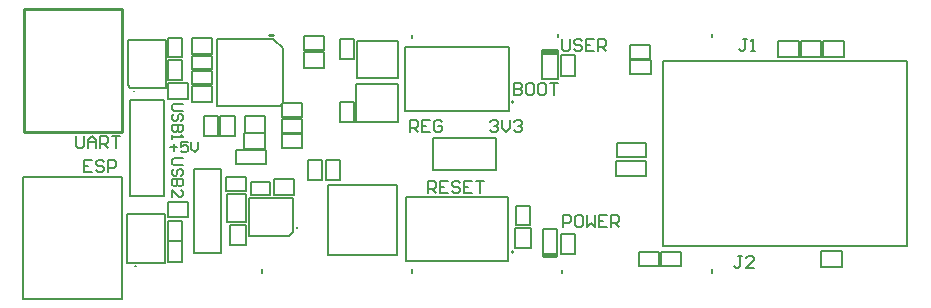
<source format=gto>
G04*
G04 #@! TF.GenerationSoftware,Altium Limited,Altium Designer,24.8.2 (39)*
G04*
G04 Layer_Color=65535*
%FSLAX25Y25*%
%MOIN*%
G70*
G04*
G04 #@! TF.SameCoordinates,D8F2EBC3-14D6-4E67-A03A-7C1A90F15A13*
G04*
G04*
G04 #@! TF.FilePolarity,Positive*
G04*
G01*
G75*
%ADD10C,0.00787*%
%ADD11C,0.01000*%
%ADD12C,0.01575*%
%ADD13C,0.01181*%
%ADD14C,0.00600*%
%ADD15C,0.00700*%
D10*
X51700Y82800D02*
X58400D01*
Y78200D02*
Y82800D01*
X51700Y78200D02*
Y82800D01*
X51600Y77800D02*
X58300D01*
X51600Y73200D02*
Y77800D01*
X58300Y73200D02*
Y77800D01*
X51600Y73200D02*
X58300D01*
X51700Y78200D02*
X58400D01*
X81600Y62300D02*
Y66600D01*
X81900Y66900D01*
X88300D01*
X60100Y66100D02*
X81100D01*
X81900Y66900D01*
Y85200D01*
X60100Y88300D02*
X78800D01*
X60100Y66100D02*
Y88300D01*
X78800D02*
X81900Y85200D01*
X168600Y15900D02*
Y25000D01*
X173500D01*
Y15900D02*
Y25000D01*
X168600Y15900D02*
X173500D01*
X32350Y70950D02*
X32450Y70850D01*
X61000Y55900D02*
Y62578D01*
X66173D01*
X60300Y55900D02*
Y62559D01*
X55800D02*
X60300D01*
X86600Y25400D02*
Y25500D01*
X266852Y12250D02*
X268402D01*
X261500D02*
X263752D01*
X266852D01*
X261500D02*
Y17700D01*
X268402D01*
Y12250D02*
Y17700D01*
X82774Y52125D02*
X88324D01*
Y56800D01*
X81724D02*
X88324D01*
X81724Y52125D02*
Y56800D01*
Y52125D02*
X86974D01*
X81700Y57125D02*
X86950D01*
X81700D02*
Y61800D01*
X88300D01*
Y57125D02*
Y61800D01*
X82750Y57125D02*
X88300D01*
X159625Y26200D02*
Y31750D01*
Y26200D02*
X164300D01*
Y32800D01*
X159625D02*
X164300D01*
X159625Y27550D02*
Y32800D01*
X101125Y62050D02*
Y67300D01*
X105800D01*
Y60700D02*
Y67300D01*
X101125Y60700D02*
X105800D01*
X101125D02*
Y66250D01*
X105875Y82750D02*
Y88300D01*
X101200D02*
X105875D01*
X101200Y81700D02*
Y88300D01*
Y81700D02*
X105875D01*
Y86950D01*
X90325Y42774D02*
Y48024D01*
X95000D01*
Y41424D02*
Y48024D01*
X90325Y41424D02*
X95000D01*
X90325D02*
Y46974D01*
X32600Y12700D02*
X32900D01*
X52500Y44900D02*
X61400D01*
X52500Y17000D02*
Y44900D01*
X61400Y17000D02*
Y44900D01*
X52500Y17000D02*
X61400D01*
X75100Y10400D02*
Y11500D01*
X175100Y10300D02*
Y11400D01*
X32863Y67936D02*
X42400D01*
X31200D02*
X32863D01*
X31200Y36136D02*
Y67936D01*
Y36136D02*
X42400D01*
Y67936D01*
X193300Y48900D02*
X203200D01*
X193300D02*
Y53800D01*
X203200D01*
Y48900D02*
Y53800D01*
Y42700D02*
Y47700D01*
X193200Y42700D02*
X203200D01*
X193200D02*
Y47700D01*
X203200D01*
X89200Y83922D02*
X90962D01*
X94062D02*
X95800D01*
X90962D02*
X94062D01*
X95800Y78700D02*
Y83922D01*
X89200Y78700D02*
X95800D01*
X89200D02*
Y83922D01*
X89100Y89200D02*
X95676D01*
Y84745D02*
Y89200D01*
X89100Y84745D02*
X95676D01*
X89100D02*
Y89200D01*
X69275Y62577D02*
X70825D01*
X73925D02*
X76200D01*
X70825D02*
X73925D01*
X76200Y57054D02*
Y62577D01*
X69275Y57054D02*
X76200D01*
X69275D02*
Y62577D01*
X76200Y51800D02*
Y56853D01*
X69200Y51800D02*
Y56853D01*
X69265Y51200D02*
X76300D01*
Y49062D02*
Y51200D01*
Y46600D02*
Y49062D01*
X66320Y46600D02*
X76300D01*
X66320D02*
Y50263D01*
Y51200D01*
X72430D01*
X204600Y76600D02*
Y81400D01*
X197800D02*
X204600D01*
X197800Y76600D02*
Y81400D01*
Y76600D02*
X204600D01*
X106700Y75300D02*
X120400D01*
X106700D02*
Y87735D01*
X108251D01*
X120400Y75300D02*
Y87735D01*
X108251D02*
X120400D01*
X174700Y76100D02*
X179300D01*
Y82900D01*
X174700D02*
X179300D01*
X174700Y76100D02*
Y82900D01*
X168400Y84500D02*
X173600D01*
Y74900D02*
Y84500D01*
X168400Y74900D02*
X173600D01*
X168400D02*
Y84500D01*
X204500Y81700D02*
Y86400D01*
X197800D02*
X204500D01*
X197800Y81700D02*
Y86400D01*
Y81700D02*
X204500D01*
X253900Y82300D02*
Y87700D01*
X247000D02*
X253900D01*
X247000Y82300D02*
Y87700D01*
Y82300D02*
X253900D01*
X254700D02*
Y87700D01*
Y82300D02*
X261400D01*
Y87700D01*
X254700D02*
X261400D01*
X262200Y82300D02*
Y87700D01*
Y82300D02*
X268900D01*
Y87700D01*
X262200D02*
X268900D01*
X29900Y30100D02*
X42700D01*
Y13800D02*
Y30100D01*
X29900Y13800D02*
X42700D01*
X29900D02*
Y30100D01*
X43600Y28900D02*
Y34077D01*
Y28900D02*
X50300D01*
Y34077D01*
X45150D02*
X48250D01*
X50300D01*
X43600D02*
X45150D01*
X43700Y21149D02*
X48300D01*
X43700Y14149D02*
Y21149D01*
Y14149D02*
X44937D01*
X48300D01*
Y21149D01*
X77800Y36300D02*
Y40700D01*
X71272D02*
X77800D01*
X71272Y39363D02*
Y40700D01*
Y36300D02*
Y39363D01*
Y36300D02*
X77800D01*
X69600Y27300D02*
Y36800D01*
X63400Y27300D02*
X69600D01*
X63400D02*
Y36800D01*
X69600D01*
X64323Y19500D02*
X69700D01*
Y26298D01*
X64323D02*
X69700D01*
X64323Y21648D02*
Y24748D01*
Y26298D01*
Y19500D02*
Y21648D01*
X43700Y27800D02*
X48300D01*
X43700Y21349D02*
Y27800D01*
X48300Y21349D02*
Y27800D01*
X63200Y37800D02*
Y42200D01*
Y37800D02*
X69751D01*
Y38737D01*
Y42200D01*
X63200D02*
X69751D01*
X61000Y55900D02*
X66173D01*
Y62578D01*
X55800Y55900D02*
Y62559D01*
Y55900D02*
X60300D01*
X58400Y67300D02*
Y72600D01*
X51600D02*
X58400D01*
X51600Y67300D02*
Y72600D01*
Y67300D02*
X58400D01*
X43700Y68400D02*
Y73700D01*
Y68400D02*
X50400D01*
Y73700D01*
X43700D02*
X50400D01*
X30299Y88000D02*
X42900D01*
Y72000D02*
Y88000D01*
X31200Y72000D02*
X42900D01*
X30299Y72901D02*
Y88000D01*
Y72901D02*
X31200Y72000D01*
X43700Y81400D02*
X48300D01*
X43700Y74600D02*
Y81400D01*
Y74600D02*
X48300D01*
Y81400D01*
X43700Y88800D02*
X48300D01*
X43700Y82200D02*
Y88800D01*
Y82200D02*
X48300D01*
Y88800D01*
X58400Y83300D02*
Y88700D01*
X51600D02*
X58400D01*
X51600Y83300D02*
Y88700D01*
Y83300D02*
X58400D01*
X96900Y16400D02*
Y39600D01*
Y16400D02*
X120000D01*
Y39600D01*
X96900D02*
X120000D01*
X159400Y25400D02*
X164700D01*
X159400Y18600D02*
Y25400D01*
Y18600D02*
X164700D01*
Y25400D01*
X200700Y12800D02*
Y17400D01*
Y12800D02*
X207228D01*
Y13737D01*
Y17400D01*
X200700D02*
X207228D01*
X208100Y12800D02*
Y17400D01*
Y12800D02*
X214728D01*
Y13737D01*
Y17400D01*
X208100D02*
X214728D01*
X174700Y16600D02*
X179300D01*
Y23400D01*
X174700D02*
X179300D01*
X174700Y16600D02*
Y23400D01*
X106500Y60800D02*
X120500D01*
X106500D02*
Y73235D01*
X108251D01*
X120500Y60800D02*
Y73235D01*
X108251D02*
X120500D01*
X88300Y62300D02*
Y66900D01*
X81600Y62300D02*
X88300D01*
X85800Y36423D02*
Y41700D01*
X79178D02*
X85800D01*
X79178Y36423D02*
Y41700D01*
X80728Y36423D02*
X83828D01*
X79178D02*
X80728D01*
X83828D02*
X85800D01*
X96500Y41300D02*
X100900D01*
Y48075D01*
X99563D02*
X100900D01*
X96500D02*
X99563D01*
X96500Y41300D02*
Y48075D01*
X28299Y1500D02*
Y11784D01*
Y31784D02*
Y42410D01*
Y11784D02*
Y31784D01*
X-4500Y1500D02*
X28299D01*
X-4500D02*
Y42410D01*
X28299D01*
X132000Y44724D02*
X153000D01*
Y55224D01*
X132000D02*
X153000D01*
X132000Y44724D02*
Y55224D01*
X208603Y80900D02*
X290203D01*
X208603Y19300D02*
Y80900D01*
Y19300D02*
X290203D01*
Y80900D01*
X122600Y64400D02*
X157300D01*
X122600D02*
Y85620D01*
X157300D01*
Y64400D02*
Y85620D01*
X70800Y22699D02*
Y35199D01*
X85300D01*
Y24019D02*
Y35199D01*
X70800Y22699D02*
X83980D01*
X85300Y24019D01*
X123000Y14400D02*
X157100D01*
X123000D02*
Y35620D01*
X157100D01*
Y14400D02*
Y35620D01*
D11*
X77500Y89500D02*
X78700D01*
X28299Y57400D02*
Y67768D01*
Y87768D02*
Y98400D01*
Y67768D02*
Y87768D01*
X-4200Y57400D02*
X28299D01*
X-4200D02*
Y98400D01*
X28299D01*
X158500Y67600D02*
X158500Y67400D01*
X158300Y17600D02*
X158300Y17400D01*
D12*
X169200Y16400D02*
X172800D01*
D13*
X168900Y83700D02*
X173000D01*
D14*
X125000Y10400D02*
Y11500D01*
X225000Y10400D02*
Y11500D01*
X125000Y88600D02*
Y89700D01*
X173700Y89100D02*
Y90000D01*
X225000Y89000D02*
Y90100D01*
X235166Y16099D02*
X233833D01*
X234499D01*
Y12766D01*
X233833Y12100D01*
X233166D01*
X232500Y12766D01*
X239164Y12100D02*
X236499D01*
X239164Y14766D01*
Y15432D01*
X238498Y16099D01*
X237165D01*
X236499Y15432D01*
X236666Y88199D02*
X235333D01*
X235999D01*
Y84866D01*
X235333Y84200D01*
X234666D01*
X234000Y84866D01*
X237999Y84200D02*
X239332D01*
X238665D01*
Y88199D01*
X237999Y87532D01*
X175500Y25600D02*
Y29599D01*
X177499D01*
X178166Y28932D01*
Y27599D01*
X177499Y26933D01*
X175500D01*
X181498Y29599D02*
X180165D01*
X179499Y28932D01*
Y26266D01*
X180165Y25600D01*
X181498D01*
X182165Y26266D01*
Y28932D01*
X181498Y29599D01*
X183497D02*
Y25600D01*
X184830Y26933D01*
X186163Y25600D01*
Y29599D01*
X190162D02*
X187496D01*
Y25600D01*
X190162D01*
X187496Y27599D02*
X188829D01*
X191495Y25600D02*
Y29599D01*
X193494D01*
X194161Y28932D01*
Y27599D01*
X193494Y26933D01*
X191495D01*
X192828D02*
X194161Y25600D01*
X174900Y88399D02*
Y85066D01*
X175566Y84400D01*
X176899D01*
X177566Y85066D01*
Y88399D01*
X181564Y87732D02*
X180898Y88399D01*
X179565D01*
X178899Y87732D01*
Y87066D01*
X179565Y86399D01*
X180898D01*
X181564Y85733D01*
Y85066D01*
X180898Y84400D01*
X179565D01*
X178899Y85066D01*
X185563Y88399D02*
X182897D01*
Y84400D01*
X185563D01*
X182897Y86399D02*
X184230D01*
X186896Y84400D02*
Y88399D01*
X188895D01*
X189562Y87732D01*
Y86399D01*
X188895Y85733D01*
X186896D01*
X188229D02*
X189562Y84400D01*
X130500Y37100D02*
Y41099D01*
X132499D01*
X133166Y40432D01*
Y39099D01*
X132499Y38433D01*
X130500D01*
X131833D02*
X133166Y37100D01*
X137164Y41099D02*
X134499D01*
Y37100D01*
X137164D01*
X134499Y39099D02*
X135832D01*
X141163Y40432D02*
X140497Y41099D01*
X139164D01*
X138497Y40432D01*
Y39766D01*
X139164Y39099D01*
X140497D01*
X141163Y38433D01*
Y37766D01*
X140497Y37100D01*
X139164D01*
X138497Y37766D01*
X145162Y41099D02*
X142496D01*
Y37100D01*
X145162D01*
X142496Y39099D02*
X143829D01*
X146495Y41099D02*
X149161D01*
X147828D01*
Y37100D01*
X158900Y73499D02*
Y69500D01*
X160899D01*
X161566Y70166D01*
Y70833D01*
X160899Y71499D01*
X158900D01*
X160899D01*
X161566Y72166D01*
Y72832D01*
X160899Y73499D01*
X158900D01*
X164898D02*
X163565D01*
X162899Y72832D01*
Y70166D01*
X163565Y69500D01*
X164898D01*
X165565Y70166D01*
Y72832D01*
X164898Y73499D01*
X168897D02*
X167564D01*
X166897Y72832D01*
Y70166D01*
X167564Y69500D01*
X168897D01*
X169563Y70166D01*
Y72832D01*
X168897Y73499D01*
X170896D02*
X173562D01*
X172229D01*
Y69500D01*
X150900Y60732D02*
X151567Y61399D01*
X152899D01*
X153566Y60732D01*
Y60066D01*
X152899Y59399D01*
X152233D01*
X152899D01*
X153566Y58733D01*
Y58066D01*
X152899Y57400D01*
X151567D01*
X150900Y58066D01*
X154899Y61399D02*
Y58733D01*
X156232Y57400D01*
X157564Y58733D01*
Y61399D01*
X158897Y60732D02*
X159564Y61399D01*
X160897D01*
X161563Y60732D01*
Y60066D01*
X160897Y59399D01*
X160230D01*
X160897D01*
X161563Y58733D01*
Y58066D01*
X160897Y57400D01*
X159564D01*
X158897Y58066D01*
X124500Y57300D02*
Y61299D01*
X126499D01*
X127166Y60632D01*
Y59299D01*
X126499Y58633D01*
X124500D01*
X125833D02*
X127166Y57300D01*
X131165Y61299D02*
X128499D01*
Y57300D01*
X131165D01*
X128499Y59299D02*
X129832D01*
X135163Y60632D02*
X134497Y61299D01*
X133164D01*
X132497Y60632D01*
Y57966D01*
X133164Y57300D01*
X134497D01*
X135163Y57966D01*
Y59299D01*
X133830D01*
X48599Y48500D02*
X45683D01*
X45100Y47917D01*
Y46751D01*
X45683Y46167D01*
X48599D01*
X48016Y42669D02*
X48599Y43252D01*
Y44418D01*
X48016Y45001D01*
X47433D01*
X46849Y44418D01*
Y43252D01*
X46266Y42669D01*
X45683D01*
X45100Y43252D01*
Y44418D01*
X45683Y45001D01*
X48599Y41502D02*
X45100D01*
Y39753D01*
X45683Y39170D01*
X46266D01*
X46849Y39753D01*
Y41502D01*
Y39753D01*
X47433Y39170D01*
X48016D01*
X48599Y39753D01*
Y41502D01*
X45100Y35671D02*
Y38003D01*
X47433Y35671D01*
X48016D01*
X48599Y36254D01*
Y37420D01*
X48016Y38003D01*
X44400Y52249D02*
X46733D01*
X45566Y53416D02*
Y51083D01*
X50231Y53999D02*
X47899D01*
Y52249D01*
X49065Y52833D01*
X49648D01*
X50231Y52249D01*
Y51083D01*
X49648Y50500D01*
X48482D01*
X47899Y51083D01*
X51398Y53999D02*
Y51666D01*
X52564Y50500D01*
X53730Y51666D01*
Y53999D01*
X48699Y66800D02*
X45783D01*
X45200Y66217D01*
Y65051D01*
X45783Y64467D01*
X48699D01*
X48116Y60969D02*
X48699Y61552D01*
Y62718D01*
X48116Y63301D01*
X47533D01*
X46949Y62718D01*
Y61552D01*
X46366Y60969D01*
X45783D01*
X45200Y61552D01*
Y62718D01*
X45783Y63301D01*
X48699Y59802D02*
X45200D01*
Y58053D01*
X45783Y57470D01*
X46366D01*
X46949Y58053D01*
Y59802D01*
Y58053D01*
X47533Y57470D01*
X48116D01*
X48699Y58053D01*
Y59802D01*
X45200Y56303D02*
Y55137D01*
Y55720D01*
X48699D01*
X48116Y56303D01*
X18366Y47834D02*
X15700D01*
Y43836D01*
X18366D01*
X15700Y45835D02*
X17033D01*
X22365Y47168D02*
X21698Y47834D01*
X20365D01*
X19699Y47168D01*
Y46501D01*
X20365Y45835D01*
X21698D01*
X22365Y45169D01*
Y44502D01*
X21698Y43836D01*
X20365D01*
X19699Y44502D01*
X23697Y43836D02*
Y47834D01*
X25697D01*
X26363Y47168D01*
Y45835D01*
X25697Y45169D01*
X23697D01*
X13100Y55899D02*
Y52566D01*
X13767Y51900D01*
X15099D01*
X15766Y52566D01*
Y55899D01*
X17099Y51900D02*
Y54566D01*
X18432Y55899D01*
X19764Y54566D01*
Y51900D01*
Y53899D01*
X17099D01*
X21097Y51900D02*
Y55899D01*
X23097D01*
X23763Y55232D01*
Y53899D01*
X23097Y53233D01*
X21097D01*
X22430D02*
X23763Y51900D01*
X25096Y55899D02*
X27762D01*
X26429D01*
Y51900D01*
D15*
X69200Y51800D02*
X76200D01*
M02*

</source>
